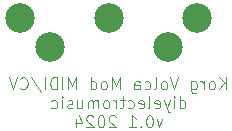
<source format=gbr>
%TF.GenerationSoftware,KiCad,Pcbnew,8.0.3*%
%TF.CreationDate,2024-06-27T15:05:59+01:00*%
%TF.ProjectId,KorgVolcaMIDI,4b6f7267-566f-46c6-9361-4d4944492e6b,rev?*%
%TF.SameCoordinates,Original*%
%TF.FileFunction,Legend,Bot*%
%TF.FilePolarity,Positive*%
%FSLAX46Y46*%
G04 Gerber Fmt 4.6, Leading zero omitted, Abs format (unit mm)*
G04 Created by KiCad (PCBNEW 8.0.3) date 2024-06-27 15:05:59*
%MOMM*%
%LPD*%
G01*
G04 APERTURE LIST*
%ADD10C,0.100000*%
%ADD11C,2.499360*%
G04 APERTURE END LIST*
D10*
X134929047Y-68042531D02*
X134929047Y-67042531D01*
X134357619Y-68042531D02*
X134786190Y-67471102D01*
X134357619Y-67042531D02*
X134929047Y-67613959D01*
X133786190Y-68042531D02*
X133881428Y-67994912D01*
X133881428Y-67994912D02*
X133929047Y-67947292D01*
X133929047Y-67947292D02*
X133976666Y-67852054D01*
X133976666Y-67852054D02*
X133976666Y-67566340D01*
X133976666Y-67566340D02*
X133929047Y-67471102D01*
X133929047Y-67471102D02*
X133881428Y-67423483D01*
X133881428Y-67423483D02*
X133786190Y-67375864D01*
X133786190Y-67375864D02*
X133643333Y-67375864D01*
X133643333Y-67375864D02*
X133548095Y-67423483D01*
X133548095Y-67423483D02*
X133500476Y-67471102D01*
X133500476Y-67471102D02*
X133452857Y-67566340D01*
X133452857Y-67566340D02*
X133452857Y-67852054D01*
X133452857Y-67852054D02*
X133500476Y-67947292D01*
X133500476Y-67947292D02*
X133548095Y-67994912D01*
X133548095Y-67994912D02*
X133643333Y-68042531D01*
X133643333Y-68042531D02*
X133786190Y-68042531D01*
X133024285Y-68042531D02*
X133024285Y-67375864D01*
X133024285Y-67566340D02*
X132976666Y-67471102D01*
X132976666Y-67471102D02*
X132929047Y-67423483D01*
X132929047Y-67423483D02*
X132833809Y-67375864D01*
X132833809Y-67375864D02*
X132738571Y-67375864D01*
X131976666Y-67375864D02*
X131976666Y-68185388D01*
X131976666Y-68185388D02*
X132024285Y-68280626D01*
X132024285Y-68280626D02*
X132071904Y-68328245D01*
X132071904Y-68328245D02*
X132167142Y-68375864D01*
X132167142Y-68375864D02*
X132309999Y-68375864D01*
X132309999Y-68375864D02*
X132405237Y-68328245D01*
X131976666Y-67994912D02*
X132071904Y-68042531D01*
X132071904Y-68042531D02*
X132262380Y-68042531D01*
X132262380Y-68042531D02*
X132357618Y-67994912D01*
X132357618Y-67994912D02*
X132405237Y-67947292D01*
X132405237Y-67947292D02*
X132452856Y-67852054D01*
X132452856Y-67852054D02*
X132452856Y-67566340D01*
X132452856Y-67566340D02*
X132405237Y-67471102D01*
X132405237Y-67471102D02*
X132357618Y-67423483D01*
X132357618Y-67423483D02*
X132262380Y-67375864D01*
X132262380Y-67375864D02*
X132071904Y-67375864D01*
X132071904Y-67375864D02*
X131976666Y-67423483D01*
X130881427Y-67042531D02*
X130548094Y-68042531D01*
X130548094Y-68042531D02*
X130214761Y-67042531D01*
X129738570Y-68042531D02*
X129833808Y-67994912D01*
X129833808Y-67994912D02*
X129881427Y-67947292D01*
X129881427Y-67947292D02*
X129929046Y-67852054D01*
X129929046Y-67852054D02*
X129929046Y-67566340D01*
X129929046Y-67566340D02*
X129881427Y-67471102D01*
X129881427Y-67471102D02*
X129833808Y-67423483D01*
X129833808Y-67423483D02*
X129738570Y-67375864D01*
X129738570Y-67375864D02*
X129595713Y-67375864D01*
X129595713Y-67375864D02*
X129500475Y-67423483D01*
X129500475Y-67423483D02*
X129452856Y-67471102D01*
X129452856Y-67471102D02*
X129405237Y-67566340D01*
X129405237Y-67566340D02*
X129405237Y-67852054D01*
X129405237Y-67852054D02*
X129452856Y-67947292D01*
X129452856Y-67947292D02*
X129500475Y-67994912D01*
X129500475Y-67994912D02*
X129595713Y-68042531D01*
X129595713Y-68042531D02*
X129738570Y-68042531D01*
X128833808Y-68042531D02*
X128929046Y-67994912D01*
X128929046Y-67994912D02*
X128976665Y-67899673D01*
X128976665Y-67899673D02*
X128976665Y-67042531D01*
X128024284Y-67994912D02*
X128119522Y-68042531D01*
X128119522Y-68042531D02*
X128309998Y-68042531D01*
X128309998Y-68042531D02*
X128405236Y-67994912D01*
X128405236Y-67994912D02*
X128452855Y-67947292D01*
X128452855Y-67947292D02*
X128500474Y-67852054D01*
X128500474Y-67852054D02*
X128500474Y-67566340D01*
X128500474Y-67566340D02*
X128452855Y-67471102D01*
X128452855Y-67471102D02*
X128405236Y-67423483D01*
X128405236Y-67423483D02*
X128309998Y-67375864D01*
X128309998Y-67375864D02*
X128119522Y-67375864D01*
X128119522Y-67375864D02*
X128024284Y-67423483D01*
X127167141Y-68042531D02*
X127167141Y-67518721D01*
X127167141Y-67518721D02*
X127214760Y-67423483D01*
X127214760Y-67423483D02*
X127309998Y-67375864D01*
X127309998Y-67375864D02*
X127500474Y-67375864D01*
X127500474Y-67375864D02*
X127595712Y-67423483D01*
X127167141Y-67994912D02*
X127262379Y-68042531D01*
X127262379Y-68042531D02*
X127500474Y-68042531D01*
X127500474Y-68042531D02*
X127595712Y-67994912D01*
X127595712Y-67994912D02*
X127643331Y-67899673D01*
X127643331Y-67899673D02*
X127643331Y-67804435D01*
X127643331Y-67804435D02*
X127595712Y-67709197D01*
X127595712Y-67709197D02*
X127500474Y-67661578D01*
X127500474Y-67661578D02*
X127262379Y-67661578D01*
X127262379Y-67661578D02*
X127167141Y-67613959D01*
X125929045Y-68042531D02*
X125929045Y-67042531D01*
X125929045Y-67042531D02*
X125595712Y-67756816D01*
X125595712Y-67756816D02*
X125262379Y-67042531D01*
X125262379Y-67042531D02*
X125262379Y-68042531D01*
X124643331Y-68042531D02*
X124738569Y-67994912D01*
X124738569Y-67994912D02*
X124786188Y-67947292D01*
X124786188Y-67947292D02*
X124833807Y-67852054D01*
X124833807Y-67852054D02*
X124833807Y-67566340D01*
X124833807Y-67566340D02*
X124786188Y-67471102D01*
X124786188Y-67471102D02*
X124738569Y-67423483D01*
X124738569Y-67423483D02*
X124643331Y-67375864D01*
X124643331Y-67375864D02*
X124500474Y-67375864D01*
X124500474Y-67375864D02*
X124405236Y-67423483D01*
X124405236Y-67423483D02*
X124357617Y-67471102D01*
X124357617Y-67471102D02*
X124309998Y-67566340D01*
X124309998Y-67566340D02*
X124309998Y-67852054D01*
X124309998Y-67852054D02*
X124357617Y-67947292D01*
X124357617Y-67947292D02*
X124405236Y-67994912D01*
X124405236Y-67994912D02*
X124500474Y-68042531D01*
X124500474Y-68042531D02*
X124643331Y-68042531D01*
X123452855Y-68042531D02*
X123452855Y-67042531D01*
X123452855Y-67994912D02*
X123548093Y-68042531D01*
X123548093Y-68042531D02*
X123738569Y-68042531D01*
X123738569Y-68042531D02*
X123833807Y-67994912D01*
X123833807Y-67994912D02*
X123881426Y-67947292D01*
X123881426Y-67947292D02*
X123929045Y-67852054D01*
X123929045Y-67852054D02*
X123929045Y-67566340D01*
X123929045Y-67566340D02*
X123881426Y-67471102D01*
X123881426Y-67471102D02*
X123833807Y-67423483D01*
X123833807Y-67423483D02*
X123738569Y-67375864D01*
X123738569Y-67375864D02*
X123548093Y-67375864D01*
X123548093Y-67375864D02*
X123452855Y-67423483D01*
X122214759Y-68042531D02*
X122214759Y-67042531D01*
X122214759Y-67042531D02*
X121881426Y-67756816D01*
X121881426Y-67756816D02*
X121548093Y-67042531D01*
X121548093Y-67042531D02*
X121548093Y-68042531D01*
X121071902Y-68042531D02*
X121071902Y-67042531D01*
X120595712Y-68042531D02*
X120595712Y-67042531D01*
X120595712Y-67042531D02*
X120357617Y-67042531D01*
X120357617Y-67042531D02*
X120214760Y-67090150D01*
X120214760Y-67090150D02*
X120119522Y-67185388D01*
X120119522Y-67185388D02*
X120071903Y-67280626D01*
X120071903Y-67280626D02*
X120024284Y-67471102D01*
X120024284Y-67471102D02*
X120024284Y-67613959D01*
X120024284Y-67613959D02*
X120071903Y-67804435D01*
X120071903Y-67804435D02*
X120119522Y-67899673D01*
X120119522Y-67899673D02*
X120214760Y-67994912D01*
X120214760Y-67994912D02*
X120357617Y-68042531D01*
X120357617Y-68042531D02*
X120595712Y-68042531D01*
X119595712Y-68042531D02*
X119595712Y-67042531D01*
X118405237Y-66994912D02*
X119262379Y-68280626D01*
X117500475Y-67947292D02*
X117548094Y-67994912D01*
X117548094Y-67994912D02*
X117690951Y-68042531D01*
X117690951Y-68042531D02*
X117786189Y-68042531D01*
X117786189Y-68042531D02*
X117929046Y-67994912D01*
X117929046Y-67994912D02*
X118024284Y-67899673D01*
X118024284Y-67899673D02*
X118071903Y-67804435D01*
X118071903Y-67804435D02*
X118119522Y-67613959D01*
X118119522Y-67613959D02*
X118119522Y-67471102D01*
X118119522Y-67471102D02*
X118071903Y-67280626D01*
X118071903Y-67280626D02*
X118024284Y-67185388D01*
X118024284Y-67185388D02*
X117929046Y-67090150D01*
X117929046Y-67090150D02*
X117786189Y-67042531D01*
X117786189Y-67042531D02*
X117690951Y-67042531D01*
X117690951Y-67042531D02*
X117548094Y-67090150D01*
X117548094Y-67090150D02*
X117500475Y-67137769D01*
X117214760Y-67042531D02*
X116881427Y-68042531D01*
X116881427Y-68042531D02*
X116548094Y-67042531D01*
X131000476Y-69652475D02*
X131000476Y-68652475D01*
X131000476Y-69604856D02*
X131095714Y-69652475D01*
X131095714Y-69652475D02*
X131286190Y-69652475D01*
X131286190Y-69652475D02*
X131381428Y-69604856D01*
X131381428Y-69604856D02*
X131429047Y-69557236D01*
X131429047Y-69557236D02*
X131476666Y-69461998D01*
X131476666Y-69461998D02*
X131476666Y-69176284D01*
X131476666Y-69176284D02*
X131429047Y-69081046D01*
X131429047Y-69081046D02*
X131381428Y-69033427D01*
X131381428Y-69033427D02*
X131286190Y-68985808D01*
X131286190Y-68985808D02*
X131095714Y-68985808D01*
X131095714Y-68985808D02*
X131000476Y-69033427D01*
X130524285Y-69652475D02*
X130524285Y-68985808D01*
X130524285Y-68652475D02*
X130571904Y-68700094D01*
X130571904Y-68700094D02*
X130524285Y-68747713D01*
X130524285Y-68747713D02*
X130476666Y-68700094D01*
X130476666Y-68700094D02*
X130524285Y-68652475D01*
X130524285Y-68652475D02*
X130524285Y-68747713D01*
X130143333Y-68985808D02*
X129905238Y-69652475D01*
X129667143Y-68985808D02*
X129905238Y-69652475D01*
X129905238Y-69652475D02*
X130000476Y-69890570D01*
X130000476Y-69890570D02*
X130048095Y-69938189D01*
X130048095Y-69938189D02*
X130143333Y-69985808D01*
X128905238Y-69604856D02*
X129000476Y-69652475D01*
X129000476Y-69652475D02*
X129190952Y-69652475D01*
X129190952Y-69652475D02*
X129286190Y-69604856D01*
X129286190Y-69604856D02*
X129333809Y-69509617D01*
X129333809Y-69509617D02*
X129333809Y-69128665D01*
X129333809Y-69128665D02*
X129286190Y-69033427D01*
X129286190Y-69033427D02*
X129190952Y-68985808D01*
X129190952Y-68985808D02*
X129000476Y-68985808D01*
X129000476Y-68985808D02*
X128905238Y-69033427D01*
X128905238Y-69033427D02*
X128857619Y-69128665D01*
X128857619Y-69128665D02*
X128857619Y-69223903D01*
X128857619Y-69223903D02*
X129333809Y-69319141D01*
X128286190Y-69652475D02*
X128381428Y-69604856D01*
X128381428Y-69604856D02*
X128429047Y-69509617D01*
X128429047Y-69509617D02*
X128429047Y-68652475D01*
X127524285Y-69604856D02*
X127619523Y-69652475D01*
X127619523Y-69652475D02*
X127809999Y-69652475D01*
X127809999Y-69652475D02*
X127905237Y-69604856D01*
X127905237Y-69604856D02*
X127952856Y-69509617D01*
X127952856Y-69509617D02*
X127952856Y-69128665D01*
X127952856Y-69128665D02*
X127905237Y-69033427D01*
X127905237Y-69033427D02*
X127809999Y-68985808D01*
X127809999Y-68985808D02*
X127619523Y-68985808D01*
X127619523Y-68985808D02*
X127524285Y-69033427D01*
X127524285Y-69033427D02*
X127476666Y-69128665D01*
X127476666Y-69128665D02*
X127476666Y-69223903D01*
X127476666Y-69223903D02*
X127952856Y-69319141D01*
X126619523Y-69604856D02*
X126714761Y-69652475D01*
X126714761Y-69652475D02*
X126905237Y-69652475D01*
X126905237Y-69652475D02*
X127000475Y-69604856D01*
X127000475Y-69604856D02*
X127048094Y-69557236D01*
X127048094Y-69557236D02*
X127095713Y-69461998D01*
X127095713Y-69461998D02*
X127095713Y-69176284D01*
X127095713Y-69176284D02*
X127048094Y-69081046D01*
X127048094Y-69081046D02*
X127000475Y-69033427D01*
X127000475Y-69033427D02*
X126905237Y-68985808D01*
X126905237Y-68985808D02*
X126714761Y-68985808D01*
X126714761Y-68985808D02*
X126619523Y-69033427D01*
X126333808Y-68985808D02*
X125952856Y-68985808D01*
X126190951Y-68652475D02*
X126190951Y-69509617D01*
X126190951Y-69509617D02*
X126143332Y-69604856D01*
X126143332Y-69604856D02*
X126048094Y-69652475D01*
X126048094Y-69652475D02*
X125952856Y-69652475D01*
X125619522Y-69652475D02*
X125619522Y-68985808D01*
X125619522Y-69176284D02*
X125571903Y-69081046D01*
X125571903Y-69081046D02*
X125524284Y-69033427D01*
X125524284Y-69033427D02*
X125429046Y-68985808D01*
X125429046Y-68985808D02*
X125333808Y-68985808D01*
X124857617Y-69652475D02*
X124952855Y-69604856D01*
X124952855Y-69604856D02*
X125000474Y-69557236D01*
X125000474Y-69557236D02*
X125048093Y-69461998D01*
X125048093Y-69461998D02*
X125048093Y-69176284D01*
X125048093Y-69176284D02*
X125000474Y-69081046D01*
X125000474Y-69081046D02*
X124952855Y-69033427D01*
X124952855Y-69033427D02*
X124857617Y-68985808D01*
X124857617Y-68985808D02*
X124714760Y-68985808D01*
X124714760Y-68985808D02*
X124619522Y-69033427D01*
X124619522Y-69033427D02*
X124571903Y-69081046D01*
X124571903Y-69081046D02*
X124524284Y-69176284D01*
X124524284Y-69176284D02*
X124524284Y-69461998D01*
X124524284Y-69461998D02*
X124571903Y-69557236D01*
X124571903Y-69557236D02*
X124619522Y-69604856D01*
X124619522Y-69604856D02*
X124714760Y-69652475D01*
X124714760Y-69652475D02*
X124857617Y-69652475D01*
X124095712Y-69652475D02*
X124095712Y-68985808D01*
X124095712Y-69081046D02*
X124048093Y-69033427D01*
X124048093Y-69033427D02*
X123952855Y-68985808D01*
X123952855Y-68985808D02*
X123809998Y-68985808D01*
X123809998Y-68985808D02*
X123714760Y-69033427D01*
X123714760Y-69033427D02*
X123667141Y-69128665D01*
X123667141Y-69128665D02*
X123667141Y-69652475D01*
X123667141Y-69128665D02*
X123619522Y-69033427D01*
X123619522Y-69033427D02*
X123524284Y-68985808D01*
X123524284Y-68985808D02*
X123381427Y-68985808D01*
X123381427Y-68985808D02*
X123286188Y-69033427D01*
X123286188Y-69033427D02*
X123238569Y-69128665D01*
X123238569Y-69128665D02*
X123238569Y-69652475D01*
X122333808Y-68985808D02*
X122333808Y-69652475D01*
X122762379Y-68985808D02*
X122762379Y-69509617D01*
X122762379Y-69509617D02*
X122714760Y-69604856D01*
X122714760Y-69604856D02*
X122619522Y-69652475D01*
X122619522Y-69652475D02*
X122476665Y-69652475D01*
X122476665Y-69652475D02*
X122381427Y-69604856D01*
X122381427Y-69604856D02*
X122333808Y-69557236D01*
X121905236Y-69604856D02*
X121809998Y-69652475D01*
X121809998Y-69652475D02*
X121619522Y-69652475D01*
X121619522Y-69652475D02*
X121524284Y-69604856D01*
X121524284Y-69604856D02*
X121476665Y-69509617D01*
X121476665Y-69509617D02*
X121476665Y-69461998D01*
X121476665Y-69461998D02*
X121524284Y-69366760D01*
X121524284Y-69366760D02*
X121619522Y-69319141D01*
X121619522Y-69319141D02*
X121762379Y-69319141D01*
X121762379Y-69319141D02*
X121857617Y-69271522D01*
X121857617Y-69271522D02*
X121905236Y-69176284D01*
X121905236Y-69176284D02*
X121905236Y-69128665D01*
X121905236Y-69128665D02*
X121857617Y-69033427D01*
X121857617Y-69033427D02*
X121762379Y-68985808D01*
X121762379Y-68985808D02*
X121619522Y-68985808D01*
X121619522Y-68985808D02*
X121524284Y-69033427D01*
X121048093Y-69652475D02*
X121048093Y-68985808D01*
X121048093Y-68652475D02*
X121095712Y-68700094D01*
X121095712Y-68700094D02*
X121048093Y-68747713D01*
X121048093Y-68747713D02*
X121000474Y-68700094D01*
X121000474Y-68700094D02*
X121048093Y-68652475D01*
X121048093Y-68652475D02*
X121048093Y-68747713D01*
X120143332Y-69604856D02*
X120238570Y-69652475D01*
X120238570Y-69652475D02*
X120429046Y-69652475D01*
X120429046Y-69652475D02*
X120524284Y-69604856D01*
X120524284Y-69604856D02*
X120571903Y-69557236D01*
X120571903Y-69557236D02*
X120619522Y-69461998D01*
X120619522Y-69461998D02*
X120619522Y-69176284D01*
X120619522Y-69176284D02*
X120571903Y-69081046D01*
X120571903Y-69081046D02*
X120524284Y-69033427D01*
X120524284Y-69033427D02*
X120429046Y-68985808D01*
X120429046Y-68985808D02*
X120238570Y-68985808D01*
X120238570Y-68985808D02*
X120143332Y-69033427D01*
X129524285Y-70595752D02*
X129286190Y-71262419D01*
X129286190Y-71262419D02*
X129048095Y-70595752D01*
X128476666Y-70262419D02*
X128381428Y-70262419D01*
X128381428Y-70262419D02*
X128286190Y-70310038D01*
X128286190Y-70310038D02*
X128238571Y-70357657D01*
X128238571Y-70357657D02*
X128190952Y-70452895D01*
X128190952Y-70452895D02*
X128143333Y-70643371D01*
X128143333Y-70643371D02*
X128143333Y-70881466D01*
X128143333Y-70881466D02*
X128190952Y-71071942D01*
X128190952Y-71071942D02*
X128238571Y-71167180D01*
X128238571Y-71167180D02*
X128286190Y-71214800D01*
X128286190Y-71214800D02*
X128381428Y-71262419D01*
X128381428Y-71262419D02*
X128476666Y-71262419D01*
X128476666Y-71262419D02*
X128571904Y-71214800D01*
X128571904Y-71214800D02*
X128619523Y-71167180D01*
X128619523Y-71167180D02*
X128667142Y-71071942D01*
X128667142Y-71071942D02*
X128714761Y-70881466D01*
X128714761Y-70881466D02*
X128714761Y-70643371D01*
X128714761Y-70643371D02*
X128667142Y-70452895D01*
X128667142Y-70452895D02*
X128619523Y-70357657D01*
X128619523Y-70357657D02*
X128571904Y-70310038D01*
X128571904Y-70310038D02*
X128476666Y-70262419D01*
X127714761Y-71167180D02*
X127667142Y-71214800D01*
X127667142Y-71214800D02*
X127714761Y-71262419D01*
X127714761Y-71262419D02*
X127762380Y-71214800D01*
X127762380Y-71214800D02*
X127714761Y-71167180D01*
X127714761Y-71167180D02*
X127714761Y-71262419D01*
X126714762Y-71262419D02*
X127286190Y-71262419D01*
X127000476Y-71262419D02*
X127000476Y-70262419D01*
X127000476Y-70262419D02*
X127095714Y-70405276D01*
X127095714Y-70405276D02*
X127190952Y-70500514D01*
X127190952Y-70500514D02*
X127286190Y-70548133D01*
X125571904Y-70357657D02*
X125524285Y-70310038D01*
X125524285Y-70310038D02*
X125429047Y-70262419D01*
X125429047Y-70262419D02*
X125190952Y-70262419D01*
X125190952Y-70262419D02*
X125095714Y-70310038D01*
X125095714Y-70310038D02*
X125048095Y-70357657D01*
X125048095Y-70357657D02*
X125000476Y-70452895D01*
X125000476Y-70452895D02*
X125000476Y-70548133D01*
X125000476Y-70548133D02*
X125048095Y-70690990D01*
X125048095Y-70690990D02*
X125619523Y-71262419D01*
X125619523Y-71262419D02*
X125000476Y-71262419D01*
X124381428Y-70262419D02*
X124286190Y-70262419D01*
X124286190Y-70262419D02*
X124190952Y-70310038D01*
X124190952Y-70310038D02*
X124143333Y-70357657D01*
X124143333Y-70357657D02*
X124095714Y-70452895D01*
X124095714Y-70452895D02*
X124048095Y-70643371D01*
X124048095Y-70643371D02*
X124048095Y-70881466D01*
X124048095Y-70881466D02*
X124095714Y-71071942D01*
X124095714Y-71071942D02*
X124143333Y-71167180D01*
X124143333Y-71167180D02*
X124190952Y-71214800D01*
X124190952Y-71214800D02*
X124286190Y-71262419D01*
X124286190Y-71262419D02*
X124381428Y-71262419D01*
X124381428Y-71262419D02*
X124476666Y-71214800D01*
X124476666Y-71214800D02*
X124524285Y-71167180D01*
X124524285Y-71167180D02*
X124571904Y-71071942D01*
X124571904Y-71071942D02*
X124619523Y-70881466D01*
X124619523Y-70881466D02*
X124619523Y-70643371D01*
X124619523Y-70643371D02*
X124571904Y-70452895D01*
X124571904Y-70452895D02*
X124524285Y-70357657D01*
X124524285Y-70357657D02*
X124476666Y-70310038D01*
X124476666Y-70310038D02*
X124381428Y-70262419D01*
X123667142Y-70357657D02*
X123619523Y-70310038D01*
X123619523Y-70310038D02*
X123524285Y-70262419D01*
X123524285Y-70262419D02*
X123286190Y-70262419D01*
X123286190Y-70262419D02*
X123190952Y-70310038D01*
X123190952Y-70310038D02*
X123143333Y-70357657D01*
X123143333Y-70357657D02*
X123095714Y-70452895D01*
X123095714Y-70452895D02*
X123095714Y-70548133D01*
X123095714Y-70548133D02*
X123143333Y-70690990D01*
X123143333Y-70690990D02*
X123714761Y-71262419D01*
X123714761Y-71262419D02*
X123095714Y-71262419D01*
X122238571Y-70595752D02*
X122238571Y-71262419D01*
X122476666Y-70214800D02*
X122714761Y-70929085D01*
X122714761Y-70929085D02*
X122095714Y-70929085D01*
D11*
%TO.C,J1*%
X132498080Y-61997200D03*
X120003820Y-64499100D03*
X125000000Y-61999740D03*
X117501920Y-61997200D03*
X129996180Y-64499100D03*
%TD*%
M02*

</source>
